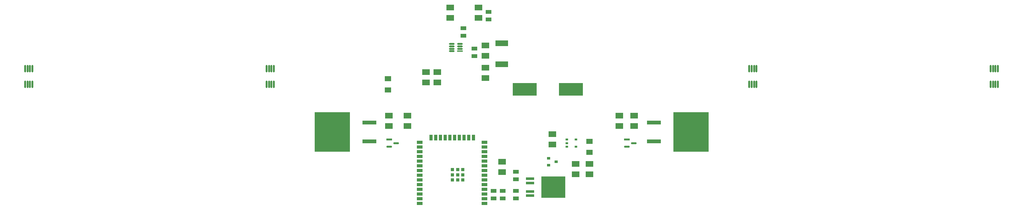
<source format=gtp>
G04*
G04 #@! TF.GenerationSoftware,Altium Limited,Altium Designer,23.10.1 (27)*
G04*
G04 Layer_Color=8421504*
%FSLAX44Y44*%
%MOMM*%
G71*
G04*
G04 #@! TF.SameCoordinates,03B978FF-55A4-44C7-B640-70ACE0D70F40*
G04*
G04*
G04 #@! TF.FilePolarity,Positive*
G04*
G01*
G75*
%ADD17R,2.0320X1.5240*%
%ADD18R,0.9000X0.9000*%
%ADD19R,1.5000X0.9000*%
%ADD20R,0.9000X1.5000*%
%ADD21R,1.5240X1.0160*%
G04:AMPARAMS|DCode=22|XSize=1.5052mm|YSize=0.4549mm|CornerRadius=0.2275mm|HoleSize=0mm|Usage=FLASHONLY|Rotation=180.000|XOffset=0mm|YOffset=0mm|HoleType=Round|Shape=RoundedRectangle|*
%AMROUNDEDRECTD22*
21,1,1.5052,0.0000,0,0,180.0*
21,1,1.0503,0.4549,0,0,180.0*
1,1,0.4549,-0.5252,0.0000*
1,1,0.4549,0.5252,0.0000*
1,1,0.4549,0.5252,0.0000*
1,1,0.4549,-0.5252,0.0000*
%
%ADD22ROUNDEDRECTD22*%
%ADD23R,1.5052X0.4549*%
%ADD24R,1.5242X0.5780*%
G04:AMPARAMS|DCode=25|XSize=1.5242mm|YSize=0.578mm|CornerRadius=0.289mm|HoleSize=0mm|Usage=FLASHONLY|Rotation=0.000|XOffset=0mm|YOffset=0mm|HoleType=Round|Shape=RoundedRectangle|*
%AMROUNDEDRECTD25*
21,1,1.5242,0.0000,0,0,0.0*
21,1,0.9463,0.5780,0,0,0.0*
1,1,0.5780,0.4731,0.0000*
1,1,0.5780,-0.4731,0.0000*
1,1,0.5780,-0.4731,0.0000*
1,1,0.5780,0.4731,0.0000*
%
%ADD25ROUNDEDRECTD25*%
%ADD26O,0.4500X2.0000*%
%ADD27R,6.5000X3.5000*%
%ADD28R,3.8000X1.0500*%
%ADD29R,9.4500X10.6700*%
%ADD30R,1.7500X1.4000*%
%ADD31R,2.2000X0.8000*%
%ADD32R,6.4000X5.8000*%
%ADD33R,0.8000X0.5500*%
%ADD34R,0.9000X0.8000*%
%ADD35R,3.4500X1.6500*%
D17*
X172720Y113970D02*
D03*
Y86030D02*
D03*
X-280000Y243970D02*
D03*
Y216030D02*
D03*
X-70000Y373970D02*
D03*
Y346030D02*
D03*
X-230000Y334010D02*
D03*
Y361950D02*
D03*
X-200000Y334010D02*
D03*
Y361950D02*
D03*
X-70000Y433970D02*
D03*
Y406030D02*
D03*
X-330000Y243970D02*
D03*
Y216030D02*
D03*
X-165100Y508000D02*
D03*
Y535940D02*
D03*
X-88900Y508000D02*
D03*
Y535940D02*
D03*
X330000Y243970D02*
D03*
Y216030D02*
D03*
X290000D02*
D03*
Y243970D02*
D03*
X110000Y193970D02*
D03*
Y166030D02*
D03*
X-25400Y119380D02*
D03*
Y91440D02*
D03*
X210000Y113970D02*
D03*
Y86030D02*
D03*
D18*
X-159000Y70600D02*
D03*
Y84600D02*
D03*
Y98600D02*
D03*
X-131000D02*
D03*
Y84600D02*
D03*
Y70600D02*
D03*
X-145000Y98600D02*
D03*
Y84600D02*
D03*
Y70600D02*
D03*
D19*
X-247500Y7400D02*
D03*
Y20100D02*
D03*
Y32800D02*
D03*
Y45500D02*
D03*
Y58200D02*
D03*
Y70900D02*
D03*
Y83600D02*
D03*
Y96300D02*
D03*
Y109000D02*
D03*
Y121700D02*
D03*
Y134400D02*
D03*
Y147100D02*
D03*
Y159800D02*
D03*
Y172500D02*
D03*
X-72500D02*
D03*
Y159800D02*
D03*
Y147100D02*
D03*
Y134400D02*
D03*
Y121700D02*
D03*
Y109000D02*
D03*
Y96300D02*
D03*
Y83600D02*
D03*
Y70900D02*
D03*
Y58200D02*
D03*
Y45500D02*
D03*
Y32800D02*
D03*
Y20100D02*
D03*
Y7400D02*
D03*
D20*
X-217150Y185000D02*
D03*
X-204450D02*
D03*
X-191750D02*
D03*
X-179050D02*
D03*
X-166350D02*
D03*
X-153650D02*
D03*
X-140950D02*
D03*
X-128250D02*
D03*
X-115550D02*
D03*
X-102850D02*
D03*
D21*
X-130000Y480160D02*
D03*
Y459840D02*
D03*
X-100000Y404840D02*
D03*
Y425160D02*
D03*
X-62230Y524510D02*
D03*
Y504190D02*
D03*
X11430Y92710D02*
D03*
Y72390D02*
D03*
Y40640D02*
D03*
Y20320D02*
D03*
X-24130Y40640D02*
D03*
Y20320D02*
D03*
X-48260Y40640D02*
D03*
Y20320D02*
D03*
D22*
X-161005Y418240D02*
D03*
Y424740D02*
D03*
Y431240D02*
D03*
Y437740D02*
D03*
X-138995D02*
D03*
Y431240D02*
D03*
Y424740D02*
D03*
D23*
Y418240D02*
D03*
D24*
X-329102Y179500D02*
D03*
X310898D02*
D03*
D25*
X-329102Y160500D02*
D03*
X-310898Y170000D02*
D03*
X329102D02*
D03*
X310898Y160500D02*
D03*
D26*
X640250Y328500D02*
D03*
X646750D02*
D03*
X653250D02*
D03*
X659750D02*
D03*
X640250Y371500D02*
D03*
X646750D02*
D03*
X653250D02*
D03*
X659750D02*
D03*
X-1309750Y328500D02*
D03*
X-1303250D02*
D03*
X-1296750D02*
D03*
X-1290250D02*
D03*
X-1309750Y371500D02*
D03*
X-1303250D02*
D03*
X-1296750D02*
D03*
X-1290250D02*
D03*
X-659750Y328500D02*
D03*
X-653250D02*
D03*
X-646750D02*
D03*
X-640250D02*
D03*
X-659750Y371500D02*
D03*
X-653250D02*
D03*
X-646750D02*
D03*
X-640250D02*
D03*
X1290250Y328500D02*
D03*
X1296750D02*
D03*
X1303250D02*
D03*
X1309750D02*
D03*
X1290250Y371500D02*
D03*
X1296750D02*
D03*
X1303250D02*
D03*
X1309750D02*
D03*
D27*
X35290Y314960D02*
D03*
X160290D02*
D03*
D28*
X-383080Y225400D02*
D03*
Y174600D02*
D03*
X383080D02*
D03*
Y225400D02*
D03*
D29*
X-483070Y200000D02*
D03*
X483070D02*
D03*
D30*
X-332740Y343930D02*
D03*
Y313930D02*
D03*
X210000Y145000D02*
D03*
Y175000D02*
D03*
D31*
X49530Y73630D02*
D03*
Y62230D02*
D03*
Y39430D02*
D03*
Y28030D02*
D03*
D32*
X112530Y50830D02*
D03*
D33*
X173290Y179500D02*
D03*
Y160500D02*
D03*
X149290D02*
D03*
Y170000D02*
D03*
Y179500D02*
D03*
D34*
X100000Y129500D02*
D03*
Y110500D02*
D03*
X120000Y120000D02*
D03*
D35*
X-26670Y439980D02*
D03*
Y382980D02*
D03*
M02*

</source>
